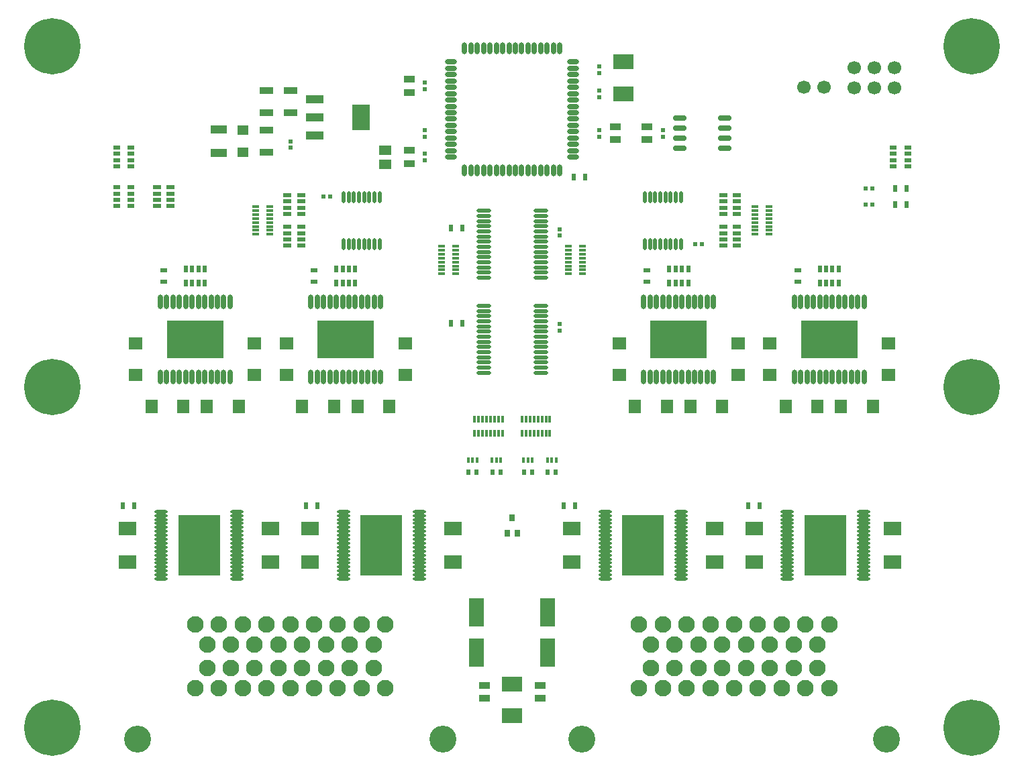
<source format=gts>
G04 Layer_Color=8388736*
%FSLAX25Y25*%
%MOIN*%
G70*
G01*
G75*
%ADD62C,0.06693*%
%ADD68C,0.02756*%
%ADD79R,0.04331X0.02165*%
%ADD80R,0.03543X0.01968*%
%ADD81R,0.06181X0.04842*%
%ADD82R,0.02441X0.02441*%
%ADD83R,0.02756X0.03543*%
%ADD84R,0.01575X0.02953*%
%ADD85R,0.01870X0.02953*%
%ADD86R,0.03543X0.02165*%
%ADD87O,0.02165X0.05905*%
%ADD88R,0.02165X0.03543*%
%ADD89R,0.02441X0.02441*%
%ADD90R,0.05512X0.03543*%
%ADD91R,0.07874X0.04331*%
%ADD92R,0.09842X0.07283*%
%ADD93R,0.07480X0.13976*%
%ADD94R,0.07087X0.03740*%
%ADD95R,0.03543X0.01575*%
%ADD96R,0.01575X0.03543*%
%ADD97O,0.07283X0.02165*%
%ADD98R,0.09842X0.07480*%
%ADD99O,0.06890X0.02953*%
%ADD100O,0.06496X0.01693*%
%ADD101R,0.20866X0.29921*%
%ADD102O,0.02756X0.07283*%
%ADD103R,0.28346X0.18898*%
%ADD104O,0.02559X0.05905*%
%ADD105O,0.05905X0.02559*%
%ADD106R,0.08858X0.12992*%
%ADD107R,0.08858X0.04331*%
%ADD108R,0.05709X0.05118*%
%ADD109R,0.08976X0.06772*%
%ADD110R,0.06850X0.05905*%
%ADD111R,0.05905X0.06850*%
%ADD112R,0.01968X0.03543*%
%ADD113C,0.27953*%
%ADD114C,0.08268*%
%ADD115C,0.13386*%
D62*
X445827Y345512D02*
D03*
X425827D02*
D03*
X435827D02*
D03*
Y355512D02*
D03*
X425827D02*
D03*
X445827D02*
D03*
X400906Y345669D02*
D03*
X410906D02*
D03*
D68*
X188583Y115748D02*
D03*
X193307D02*
D03*
X198031D02*
D03*
X183858D02*
D03*
Y120472D02*
D03*
X198031D02*
D03*
X193307D02*
D03*
X188583D02*
D03*
Y111024D02*
D03*
X193307D02*
D03*
X198031D02*
D03*
X183858D02*
D03*
Y106299D02*
D03*
X198031D02*
D03*
X193307D02*
D03*
X188583D02*
D03*
Y129921D02*
D03*
X193307D02*
D03*
X198031D02*
D03*
X183858D02*
D03*
Y125197D02*
D03*
X193307D02*
D03*
X188583D02*
D03*
X198031D02*
D03*
X418504D02*
D03*
X409055D02*
D03*
X413779D02*
D03*
X404331D02*
D03*
Y129921D02*
D03*
X418504D02*
D03*
X413779D02*
D03*
X409055D02*
D03*
Y106299D02*
D03*
X413779D02*
D03*
X418504D02*
D03*
X404331Y111024D02*
D03*
X418504D02*
D03*
X413779D02*
D03*
X409055D02*
D03*
Y120472D02*
D03*
X413779D02*
D03*
X418504D02*
D03*
X404331D02*
D03*
Y115748D02*
D03*
X418504D02*
D03*
X413779D02*
D03*
X409055D02*
D03*
X404331Y106299D02*
D03*
X102756Y129921D02*
D03*
X98032D02*
D03*
X93307D02*
D03*
X98032Y115748D02*
D03*
X102756D02*
D03*
X107480D02*
D03*
X93307D02*
D03*
Y120472D02*
D03*
X107480D02*
D03*
X102756D02*
D03*
X98032D02*
D03*
Y111024D02*
D03*
X102756D02*
D03*
X107480D02*
D03*
X93307D02*
D03*
Y106299D02*
D03*
X107480D02*
D03*
X102756D02*
D03*
X98032D02*
D03*
X107480Y129921D02*
D03*
X93307Y125197D02*
D03*
X102756D02*
D03*
X98032D02*
D03*
X107480D02*
D03*
X327953Y125197D02*
D03*
X318504D02*
D03*
X323228D02*
D03*
X313779D02*
D03*
X318504Y106299D02*
D03*
X323228D02*
D03*
X327953D02*
D03*
X313779D02*
D03*
Y111024D02*
D03*
X327953D02*
D03*
X323228D02*
D03*
X318504D02*
D03*
Y120472D02*
D03*
X323228D02*
D03*
X327953D02*
D03*
X313779D02*
D03*
Y115748D02*
D03*
X327953D02*
D03*
X323228D02*
D03*
X318504D02*
D03*
X313779Y129921D02*
D03*
X318504D02*
D03*
X323228D02*
D03*
X327953D02*
D03*
D79*
X86024Y286614D02*
D03*
Y289764D02*
D03*
Y292913D02*
D03*
Y296063D02*
D03*
X79331Y286614D02*
D03*
Y289764D02*
D03*
Y292913D02*
D03*
Y296063D02*
D03*
X144291Y292126D02*
D03*
Y288976D02*
D03*
Y285827D02*
D03*
Y282677D02*
D03*
X150984Y292126D02*
D03*
Y288976D02*
D03*
Y285827D02*
D03*
Y282677D02*
D03*
X144291Y276378D02*
D03*
Y273228D02*
D03*
Y270079D02*
D03*
Y266929D02*
D03*
X150984Y276378D02*
D03*
Y273228D02*
D03*
Y270079D02*
D03*
Y266929D02*
D03*
X360827Y276378D02*
D03*
Y273228D02*
D03*
Y270079D02*
D03*
Y266929D02*
D03*
X367520Y276378D02*
D03*
Y273228D02*
D03*
Y270079D02*
D03*
Y266929D02*
D03*
X367520Y282677D02*
D03*
Y285827D02*
D03*
Y288976D02*
D03*
Y292126D02*
D03*
X360827Y282677D02*
D03*
Y285827D02*
D03*
Y288976D02*
D03*
Y292126D02*
D03*
D80*
X59449Y296063D02*
D03*
Y292913D02*
D03*
Y289764D02*
D03*
Y286614D02*
D03*
X66535Y296063D02*
D03*
Y292913D02*
D03*
Y289764D02*
D03*
Y286614D02*
D03*
X59449Y315748D02*
D03*
Y312598D02*
D03*
Y309449D02*
D03*
Y306299D02*
D03*
X66535Y315748D02*
D03*
Y312598D02*
D03*
Y309449D02*
D03*
Y306299D02*
D03*
X452362D02*
D03*
Y309449D02*
D03*
Y312598D02*
D03*
Y315748D02*
D03*
X445276Y306299D02*
D03*
Y309449D02*
D03*
Y312598D02*
D03*
Y315748D02*
D03*
D81*
X192913Y307539D02*
D03*
Y314508D02*
D03*
D82*
X431457Y287402D02*
D03*
X434685D02*
D03*
X431457Y295276D02*
D03*
X434685D02*
D03*
X350039Y267717D02*
D03*
X346811D02*
D03*
X162126Y291339D02*
D03*
X165354D02*
D03*
D83*
X253346Y124016D02*
D03*
X258465D02*
D03*
X255906Y131890D02*
D03*
D84*
X277756Y160433D02*
D03*
X275591D02*
D03*
X273425D02*
D03*
X261614D02*
D03*
X263779D02*
D03*
X265945D02*
D03*
X250197D02*
D03*
X248031D02*
D03*
X245866D02*
D03*
X234055D02*
D03*
X236221D02*
D03*
X238386D02*
D03*
D85*
X273622Y154528D02*
D03*
X277559D02*
D03*
X265748D02*
D03*
X261811D02*
D03*
X246063D02*
D03*
X250000D02*
D03*
X238189D02*
D03*
X234252D02*
D03*
D86*
X397638Y254823D02*
D03*
Y249114D02*
D03*
X322835Y254823D02*
D03*
Y249114D02*
D03*
X157480Y254823D02*
D03*
Y249114D02*
D03*
X82677Y254823D02*
D03*
Y249114D02*
D03*
D87*
X190059Y291142D02*
D03*
X187500D02*
D03*
X184941D02*
D03*
X182382D02*
D03*
X179823D02*
D03*
X177264D02*
D03*
X174705D02*
D03*
X172146D02*
D03*
X190059Y267913D02*
D03*
X187500D02*
D03*
X184941D02*
D03*
X182382D02*
D03*
X179823D02*
D03*
X177264D02*
D03*
X174705D02*
D03*
X172146D02*
D03*
X321752Y267913D02*
D03*
X324311D02*
D03*
X326870D02*
D03*
X329429D02*
D03*
X331988D02*
D03*
X334547D02*
D03*
X337106D02*
D03*
X339665D02*
D03*
X321752Y291142D02*
D03*
X324311D02*
D03*
X326870D02*
D03*
X329429D02*
D03*
X331988D02*
D03*
X334547D02*
D03*
X337106D02*
D03*
X339665D02*
D03*
D88*
X225492Y228346D02*
D03*
X231201D02*
D03*
X225492Y275590D02*
D03*
X231201D02*
D03*
X292224Y301181D02*
D03*
X286516D02*
D03*
X62500Y137795D02*
D03*
X68209D02*
D03*
X153445D02*
D03*
X159153D02*
D03*
X281398D02*
D03*
X287106D02*
D03*
X373031D02*
D03*
X378740D02*
D03*
X445965Y295276D02*
D03*
X451673D02*
D03*
X445965Y287402D02*
D03*
X451673D02*
D03*
D89*
X279528Y275236D02*
D03*
Y272008D02*
D03*
Y227992D02*
D03*
Y224764D02*
D03*
X145669Y315669D02*
D03*
Y318898D02*
D03*
X330709Y324449D02*
D03*
Y321221D02*
D03*
X299213Y352717D02*
D03*
Y355945D02*
D03*
Y344134D02*
D03*
Y340906D02*
D03*
X212598Y344843D02*
D03*
Y348071D02*
D03*
X299213Y324449D02*
D03*
Y321220D02*
D03*
X212598Y312638D02*
D03*
Y309409D02*
D03*
Y324449D02*
D03*
Y321220D02*
D03*
D90*
X269685Y48524D02*
D03*
Y42028D02*
D03*
X242126Y48524D02*
D03*
Y42028D02*
D03*
X322835Y319586D02*
D03*
Y326083D02*
D03*
X204724Y349705D02*
D03*
Y343209D02*
D03*
X307087Y319587D02*
D03*
Y326083D02*
D03*
X204724Y307776D02*
D03*
Y314272D02*
D03*
D91*
X110236Y324803D02*
D03*
Y312992D02*
D03*
D92*
X255906Y33484D02*
D03*
Y49193D02*
D03*
D93*
X273622Y84842D02*
D03*
Y64764D02*
D03*
X238189Y64764D02*
D03*
Y84842D02*
D03*
D94*
X133858Y332972D02*
D03*
Y344193D02*
D03*
X133858Y324508D02*
D03*
Y313287D02*
D03*
X145669Y332972D02*
D03*
Y344193D02*
D03*
D95*
X290945Y252953D02*
D03*
Y254921D02*
D03*
Y256890D02*
D03*
Y258858D02*
D03*
Y260827D02*
D03*
Y262795D02*
D03*
Y264764D02*
D03*
Y266732D02*
D03*
X283858Y252953D02*
D03*
Y254921D02*
D03*
Y256890D02*
D03*
Y258858D02*
D03*
Y260827D02*
D03*
Y262795D02*
D03*
Y264764D02*
D03*
Y266732D02*
D03*
X220866D02*
D03*
Y264764D02*
D03*
Y262795D02*
D03*
Y260827D02*
D03*
Y258858D02*
D03*
Y256890D02*
D03*
Y254921D02*
D03*
Y252953D02*
D03*
X227953Y266732D02*
D03*
Y264764D02*
D03*
Y262795D02*
D03*
Y260827D02*
D03*
Y258858D02*
D03*
Y256890D02*
D03*
Y254921D02*
D03*
Y252953D02*
D03*
X135433Y272638D02*
D03*
Y274606D02*
D03*
Y276575D02*
D03*
Y278543D02*
D03*
Y280512D02*
D03*
Y282480D02*
D03*
Y284449D02*
D03*
Y286417D02*
D03*
X128347Y272638D02*
D03*
Y274606D02*
D03*
Y276575D02*
D03*
Y278543D02*
D03*
Y280512D02*
D03*
Y282480D02*
D03*
Y284449D02*
D03*
Y286417D02*
D03*
X376378Y286417D02*
D03*
Y284449D02*
D03*
Y282480D02*
D03*
Y280512D02*
D03*
Y278543D02*
D03*
Y276575D02*
D03*
Y274606D02*
D03*
Y272638D02*
D03*
X383465Y286417D02*
D03*
Y284449D02*
D03*
Y282480D02*
D03*
Y280512D02*
D03*
Y278543D02*
D03*
Y276575D02*
D03*
Y274606D02*
D03*
Y272638D02*
D03*
D96*
X260827Y173622D02*
D03*
X262795D02*
D03*
X264764D02*
D03*
X266732D02*
D03*
X268701D02*
D03*
X270669D02*
D03*
X272638D02*
D03*
X274606D02*
D03*
X260827Y180709D02*
D03*
X262795D02*
D03*
X264764D02*
D03*
X266732D02*
D03*
X268701D02*
D03*
X270669D02*
D03*
X272638D02*
D03*
X274606D02*
D03*
X237205Y173622D02*
D03*
X239173D02*
D03*
X241142D02*
D03*
X243110D02*
D03*
X245079D02*
D03*
X247047D02*
D03*
X249016D02*
D03*
X250984D02*
D03*
X237205Y180709D02*
D03*
X239173D02*
D03*
X241142D02*
D03*
X243110D02*
D03*
X245079D02*
D03*
X247047D02*
D03*
X249016D02*
D03*
X250984D02*
D03*
D97*
X241732Y284350D02*
D03*
Y281791D02*
D03*
Y279232D02*
D03*
Y276673D02*
D03*
Y274114D02*
D03*
Y271555D02*
D03*
Y268996D02*
D03*
Y266437D02*
D03*
Y263878D02*
D03*
Y261319D02*
D03*
Y258760D02*
D03*
Y256201D02*
D03*
Y253642D02*
D03*
Y251083D02*
D03*
X270079Y284350D02*
D03*
Y281791D02*
D03*
Y279232D02*
D03*
Y276673D02*
D03*
Y274114D02*
D03*
Y271555D02*
D03*
Y268996D02*
D03*
Y266437D02*
D03*
Y263878D02*
D03*
Y261319D02*
D03*
Y258760D02*
D03*
Y256201D02*
D03*
Y253642D02*
D03*
Y251083D02*
D03*
X241732Y237106D02*
D03*
Y234547D02*
D03*
Y231988D02*
D03*
Y229429D02*
D03*
Y226870D02*
D03*
Y224311D02*
D03*
Y221752D02*
D03*
Y219193D02*
D03*
Y216634D02*
D03*
Y214075D02*
D03*
Y211516D02*
D03*
Y208957D02*
D03*
Y206398D02*
D03*
Y203838D02*
D03*
X270079Y237106D02*
D03*
Y234547D02*
D03*
Y231988D02*
D03*
Y229429D02*
D03*
Y226870D02*
D03*
Y224311D02*
D03*
Y221752D02*
D03*
Y219193D02*
D03*
Y216634D02*
D03*
Y214075D02*
D03*
Y211516D02*
D03*
Y208957D02*
D03*
Y206398D02*
D03*
Y203838D02*
D03*
D98*
X311024Y358268D02*
D03*
Y342520D02*
D03*
D99*
X361516Y315335D02*
D03*
Y320335D02*
D03*
Y325335D02*
D03*
Y330335D02*
D03*
X339272Y315335D02*
D03*
Y320335D02*
D03*
Y325335D02*
D03*
Y330335D02*
D03*
D100*
X209842Y101378D02*
D03*
Y103347D02*
D03*
Y105315D02*
D03*
Y107283D02*
D03*
Y109252D02*
D03*
Y111221D02*
D03*
Y113189D02*
D03*
Y115157D02*
D03*
Y117126D02*
D03*
Y119095D02*
D03*
Y121063D02*
D03*
Y123031D02*
D03*
Y125000D02*
D03*
Y126969D02*
D03*
Y128937D02*
D03*
Y130905D02*
D03*
Y132874D02*
D03*
Y134843D02*
D03*
X172047Y101378D02*
D03*
Y103347D02*
D03*
Y105315D02*
D03*
Y107283D02*
D03*
Y109252D02*
D03*
Y111221D02*
D03*
Y113189D02*
D03*
Y115157D02*
D03*
Y117126D02*
D03*
Y119095D02*
D03*
Y121063D02*
D03*
Y123031D02*
D03*
Y125000D02*
D03*
Y126969D02*
D03*
Y128937D02*
D03*
Y130905D02*
D03*
Y132874D02*
D03*
Y134843D02*
D03*
X392520D02*
D03*
Y132874D02*
D03*
Y130905D02*
D03*
Y128937D02*
D03*
Y126969D02*
D03*
Y125000D02*
D03*
Y123031D02*
D03*
Y121063D02*
D03*
Y119095D02*
D03*
Y117126D02*
D03*
Y115157D02*
D03*
Y113189D02*
D03*
Y111221D02*
D03*
Y109252D02*
D03*
Y107283D02*
D03*
Y105315D02*
D03*
Y103347D02*
D03*
Y101378D02*
D03*
X430315Y134843D02*
D03*
Y132874D02*
D03*
Y130905D02*
D03*
Y128937D02*
D03*
Y126969D02*
D03*
Y125000D02*
D03*
Y123031D02*
D03*
Y121063D02*
D03*
Y119095D02*
D03*
Y117126D02*
D03*
Y115157D02*
D03*
Y113189D02*
D03*
Y111221D02*
D03*
Y109252D02*
D03*
Y107283D02*
D03*
Y105315D02*
D03*
Y103347D02*
D03*
Y101378D02*
D03*
X119291D02*
D03*
Y103347D02*
D03*
Y105315D02*
D03*
Y107283D02*
D03*
Y109252D02*
D03*
Y111221D02*
D03*
Y113189D02*
D03*
Y115157D02*
D03*
Y117126D02*
D03*
Y119095D02*
D03*
Y121063D02*
D03*
Y123031D02*
D03*
Y125000D02*
D03*
Y126969D02*
D03*
Y128937D02*
D03*
Y130905D02*
D03*
Y132874D02*
D03*
Y134843D02*
D03*
X81496Y101378D02*
D03*
Y103347D02*
D03*
Y105315D02*
D03*
Y107283D02*
D03*
Y109252D02*
D03*
Y111221D02*
D03*
Y113189D02*
D03*
Y115157D02*
D03*
Y117126D02*
D03*
Y119095D02*
D03*
Y121063D02*
D03*
Y123031D02*
D03*
Y125000D02*
D03*
Y126969D02*
D03*
Y128937D02*
D03*
Y130905D02*
D03*
Y132874D02*
D03*
Y134843D02*
D03*
X301969Y134843D02*
D03*
Y132874D02*
D03*
Y130906D02*
D03*
Y128937D02*
D03*
Y126969D02*
D03*
Y125000D02*
D03*
Y123032D02*
D03*
Y121063D02*
D03*
Y119095D02*
D03*
Y117126D02*
D03*
Y115158D02*
D03*
Y113189D02*
D03*
Y111221D02*
D03*
Y109252D02*
D03*
Y107284D02*
D03*
Y105315D02*
D03*
Y103347D02*
D03*
Y101378D02*
D03*
X339764Y134843D02*
D03*
Y132874D02*
D03*
Y130906D02*
D03*
Y128937D02*
D03*
Y126969D02*
D03*
Y125000D02*
D03*
Y123032D02*
D03*
Y121063D02*
D03*
Y119095D02*
D03*
Y117126D02*
D03*
Y115158D02*
D03*
Y113189D02*
D03*
Y111221D02*
D03*
Y109252D02*
D03*
Y107284D02*
D03*
Y105315D02*
D03*
Y103347D02*
D03*
Y101378D02*
D03*
D101*
X190945Y118110D02*
D03*
X411417D02*
D03*
X100394D02*
D03*
X320866Y118110D02*
D03*
D102*
X430709Y239075D02*
D03*
X427559D02*
D03*
X424409D02*
D03*
X421260D02*
D03*
X418110D02*
D03*
X414961D02*
D03*
X411811D02*
D03*
X408661D02*
D03*
X405512D02*
D03*
X402362D02*
D03*
X399213D02*
D03*
X396063D02*
D03*
X430709Y201870D02*
D03*
X427559D02*
D03*
X424409D02*
D03*
X421260D02*
D03*
X418110D02*
D03*
X414961D02*
D03*
X411811D02*
D03*
X408661D02*
D03*
X405512D02*
D03*
X402362D02*
D03*
X399213D02*
D03*
X396063D02*
D03*
X321260Y201870D02*
D03*
X324410D02*
D03*
X327559D02*
D03*
X330709D02*
D03*
X333858D02*
D03*
X337008D02*
D03*
X340158D02*
D03*
X343307D02*
D03*
X346457D02*
D03*
X349606D02*
D03*
X352756D02*
D03*
X355906D02*
D03*
X321260Y239075D02*
D03*
X324410D02*
D03*
X327559D02*
D03*
X330709D02*
D03*
X333858D02*
D03*
X337008D02*
D03*
X340158D02*
D03*
X343307D02*
D03*
X346457D02*
D03*
X349606D02*
D03*
X352756D02*
D03*
X355906D02*
D03*
X190551D02*
D03*
X187401D02*
D03*
X184252D02*
D03*
X181102D02*
D03*
X177953D02*
D03*
X174803D02*
D03*
X171653D02*
D03*
X168504D02*
D03*
X165354D02*
D03*
X162205D02*
D03*
X159055D02*
D03*
X155905D02*
D03*
X190551Y201870D02*
D03*
X187401D02*
D03*
X184252D02*
D03*
X181102D02*
D03*
X177953D02*
D03*
X174803D02*
D03*
X171653D02*
D03*
X168504D02*
D03*
X165354D02*
D03*
X162205D02*
D03*
X159055D02*
D03*
X155905D02*
D03*
X81102Y201870D02*
D03*
X84252D02*
D03*
X87402D02*
D03*
X90551D02*
D03*
X93701D02*
D03*
X96850D02*
D03*
X100000D02*
D03*
X103150D02*
D03*
X106299D02*
D03*
X109449D02*
D03*
X112598D02*
D03*
X115748D02*
D03*
X81102Y239075D02*
D03*
X84252D02*
D03*
X87402D02*
D03*
X90551D02*
D03*
X93701D02*
D03*
X96850D02*
D03*
X100000D02*
D03*
X103150D02*
D03*
X106299D02*
D03*
X109449D02*
D03*
X112598D02*
D03*
X115748D02*
D03*
D103*
X413386Y220472D02*
D03*
X338583Y220472D02*
D03*
X173228D02*
D03*
X98425Y220472D02*
D03*
D104*
X232283Y304331D02*
D03*
X235433D02*
D03*
X238583D02*
D03*
X241732D02*
D03*
X244882D02*
D03*
X248031D02*
D03*
X251181D02*
D03*
X254331D02*
D03*
X257480D02*
D03*
X260630D02*
D03*
X263780D02*
D03*
X266929D02*
D03*
X270079D02*
D03*
X273228D02*
D03*
X276378D02*
D03*
X279528D02*
D03*
Y364961D02*
D03*
X276378D02*
D03*
X273228D02*
D03*
X270079D02*
D03*
X266929D02*
D03*
X263780D02*
D03*
X260630D02*
D03*
X257480D02*
D03*
X254331D02*
D03*
X251181D02*
D03*
X248031D02*
D03*
X244882D02*
D03*
X241732D02*
D03*
X238583D02*
D03*
X235433D02*
D03*
X232283D02*
D03*
D105*
X286220Y311024D02*
D03*
Y314173D02*
D03*
Y317323D02*
D03*
Y320472D02*
D03*
Y323622D02*
D03*
Y326772D02*
D03*
Y329921D02*
D03*
Y333071D02*
D03*
Y336220D02*
D03*
Y339370D02*
D03*
Y342520D02*
D03*
Y345669D02*
D03*
Y348819D02*
D03*
Y351969D02*
D03*
Y355118D02*
D03*
Y358268D02*
D03*
X225591D02*
D03*
Y355118D02*
D03*
Y351969D02*
D03*
Y348819D02*
D03*
Y345669D02*
D03*
Y342520D02*
D03*
Y339370D02*
D03*
Y336220D02*
D03*
Y333071D02*
D03*
Y329921D02*
D03*
Y326772D02*
D03*
Y323622D02*
D03*
Y320472D02*
D03*
Y317323D02*
D03*
Y314173D02*
D03*
Y311024D02*
D03*
D106*
X180807Y330709D02*
D03*
D107*
X157776Y321654D02*
D03*
Y330709D02*
D03*
Y339764D02*
D03*
D108*
X122047Y313386D02*
D03*
Y324409D02*
D03*
D109*
X155512Y109803D02*
D03*
Y126417D02*
D03*
X375984Y109803D02*
D03*
Y126417D02*
D03*
X226378Y109803D02*
D03*
Y126417D02*
D03*
X444882Y109803D02*
D03*
Y126417D02*
D03*
X64961Y109803D02*
D03*
Y126417D02*
D03*
X285433Y109803D02*
D03*
Y126417D02*
D03*
X135827Y109803D02*
D03*
Y126417D02*
D03*
X356299Y109803D02*
D03*
Y126417D02*
D03*
D110*
X383858Y218563D02*
D03*
Y202697D02*
D03*
X143701Y218563D02*
D03*
Y202697D02*
D03*
X442913Y218563D02*
D03*
Y202697D02*
D03*
X202756Y218563D02*
D03*
Y202697D02*
D03*
X309055Y218563D02*
D03*
Y202697D02*
D03*
X68898Y218563D02*
D03*
Y202697D02*
D03*
X368110Y218563D02*
D03*
Y202697D02*
D03*
X127953Y218563D02*
D03*
Y202697D02*
D03*
D111*
X391673Y187008D02*
D03*
X407539D02*
D03*
X151516Y187008D02*
D03*
X167382D02*
D03*
X435098Y187008D02*
D03*
X419232D02*
D03*
X194941Y187008D02*
D03*
X179075D02*
D03*
X316870Y187008D02*
D03*
X332736D02*
D03*
X76713Y187008D02*
D03*
X92579D02*
D03*
X360295Y187008D02*
D03*
X344429D02*
D03*
X120138Y187008D02*
D03*
X104272D02*
D03*
D112*
X93701Y248425D02*
D03*
X96850D02*
D03*
X100000D02*
D03*
X103150D02*
D03*
X93701Y255512D02*
D03*
X96850D02*
D03*
X100000D02*
D03*
X103150D02*
D03*
X333858Y248425D02*
D03*
X337008D02*
D03*
X340158D02*
D03*
X343307D02*
D03*
X333858Y255512D02*
D03*
X337008D02*
D03*
X340158D02*
D03*
X343307D02*
D03*
X168504Y248425D02*
D03*
X171653D02*
D03*
X174803D02*
D03*
X177953D02*
D03*
X168504Y255512D02*
D03*
X171653D02*
D03*
X174803D02*
D03*
X177953D02*
D03*
X408661Y248425D02*
D03*
X411811D02*
D03*
X414961D02*
D03*
X418110D02*
D03*
X408661Y255512D02*
D03*
X411811D02*
D03*
X414961D02*
D03*
X418110D02*
D03*
D113*
X27559Y27559D02*
D03*
Y366142D02*
D03*
X484252D02*
D03*
Y27559D02*
D03*
X27559Y196850D02*
D03*
X484252D02*
D03*
D114*
X366142Y78740D02*
D03*
X354331D02*
D03*
X377953D02*
D03*
X342520D02*
D03*
X389764D02*
D03*
X401575D02*
D03*
X330709D02*
D03*
X413386D02*
D03*
X318898D02*
D03*
X360236Y68898D02*
D03*
X372047D02*
D03*
X383858D02*
D03*
X395669D02*
D03*
X407480D02*
D03*
X348425D02*
D03*
X336614D02*
D03*
X324803D02*
D03*
Y57087D02*
D03*
X336614D02*
D03*
X348425D02*
D03*
X407480D02*
D03*
X395669D02*
D03*
X383858D02*
D03*
X372047D02*
D03*
X360236D02*
D03*
X318898Y47244D02*
D03*
X413386D02*
D03*
X330709D02*
D03*
X401575D02*
D03*
X389764D02*
D03*
X342520D02*
D03*
X377953D02*
D03*
X354331D02*
D03*
X366142D02*
D03*
X145669Y78740D02*
D03*
X133858D02*
D03*
X157480D02*
D03*
X122047D02*
D03*
X169291D02*
D03*
X181102D02*
D03*
X110236D02*
D03*
X192913D02*
D03*
X98425D02*
D03*
X139764Y68898D02*
D03*
X151575D02*
D03*
X163386D02*
D03*
X175197D02*
D03*
X187008D02*
D03*
X127953D02*
D03*
X116142D02*
D03*
X104331D02*
D03*
Y57087D02*
D03*
X116142D02*
D03*
X127953D02*
D03*
X187008D02*
D03*
X175197D02*
D03*
X163386D02*
D03*
X151575D02*
D03*
X139764D02*
D03*
X98425Y47244D02*
D03*
X192913D02*
D03*
X110236D02*
D03*
X181102D02*
D03*
X169291D02*
D03*
X122047D02*
D03*
X157480D02*
D03*
X133858D02*
D03*
X145669D02*
D03*
D115*
X290354Y21654D02*
D03*
X441929D02*
D03*
X69882D02*
D03*
X221457D02*
D03*
M02*

</source>
